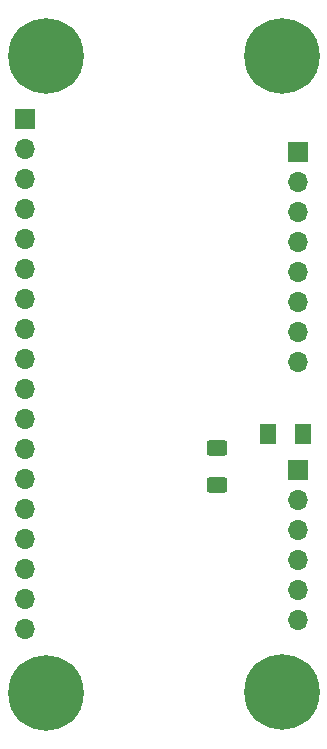
<source format=gts>
G04 #@! TF.GenerationSoftware,KiCad,Pcbnew,7.0.10-7.0.10~ubuntu22.04.1*
G04 #@! TF.CreationDate,2024-03-22T17:45:40+01:00*
G04 #@! TF.ProjectId,dac-base-board,6461632d-6261-4736-952d-626f6172642e,v0.1*
G04 #@! TF.SameCoordinates,Original*
G04 #@! TF.FileFunction,Soldermask,Top*
G04 #@! TF.FilePolarity,Negative*
%FSLAX46Y46*%
G04 Gerber Fmt 4.6, Leading zero omitted, Abs format (unit mm)*
G04 Created by KiCad (PCBNEW 7.0.10-7.0.10~ubuntu22.04.1) date 2024-03-22 17:45:40*
%MOMM*%
%LPD*%
G01*
G04 APERTURE LIST*
G04 Aperture macros list*
%AMRoundRect*
0 Rectangle with rounded corners*
0 $1 Rounding radius*
0 $2 $3 $4 $5 $6 $7 $8 $9 X,Y pos of 4 corners*
0 Add a 4 corners polygon primitive as box body*
4,1,4,$2,$3,$4,$5,$6,$7,$8,$9,$2,$3,0*
0 Add four circle primitives for the rounded corners*
1,1,$1+$1,$2,$3*
1,1,$1+$1,$4,$5*
1,1,$1+$1,$6,$7*
1,1,$1+$1,$8,$9*
0 Add four rect primitives between the rounded corners*
20,1,$1+$1,$2,$3,$4,$5,0*
20,1,$1+$1,$4,$5,$6,$7,0*
20,1,$1+$1,$6,$7,$8,$9,0*
20,1,$1+$1,$8,$9,$2,$3,0*%
G04 Aperture macros list end*
%ADD10C,6.400000*%
%ADD11R,1.700000X1.700000*%
%ADD12O,1.700000X1.700000*%
%ADD13RoundRect,0.250000X-0.625000X0.400000X-0.625000X-0.400000X0.625000X-0.400000X0.625000X0.400000X0*%
%ADD14RoundRect,0.250001X0.462499X0.624999X-0.462499X0.624999X-0.462499X-0.624999X0.462499X-0.624999X0*%
G04 APERTURE END LIST*
D10*
X29464000Y-18796000D03*
X49464000Y-18796000D03*
X49464000Y-72644000D03*
X29464000Y-72796000D03*
D11*
X50800000Y-26924000D03*
D12*
X50800000Y-29464000D03*
X50800000Y-32004000D03*
X50800000Y-34544000D03*
X50800000Y-37084000D03*
X50800000Y-39624000D03*
X50800000Y-42164000D03*
X50800000Y-44704000D03*
D13*
X44016000Y-52044000D03*
X44016000Y-55144000D03*
D11*
X27760000Y-24130000D03*
D12*
X27760000Y-26670000D03*
X27760000Y-29210000D03*
X27760000Y-31750000D03*
X27760000Y-34290000D03*
X27760000Y-36830000D03*
X27760000Y-39370000D03*
X27760000Y-41910000D03*
X27760000Y-44450000D03*
X27760000Y-46990000D03*
X27760000Y-49530000D03*
X27760000Y-52070000D03*
X27760000Y-54610000D03*
X27760000Y-57150000D03*
X27760000Y-59690000D03*
X27760000Y-62230000D03*
X27760000Y-64770000D03*
X27760000Y-67310000D03*
D11*
X50800000Y-53848000D03*
D12*
X50800000Y-56388000D03*
X50800000Y-58928000D03*
X50800000Y-61468000D03*
X50800000Y-64008000D03*
X50800000Y-66548000D03*
D14*
X51271500Y-50800000D03*
X48296500Y-50800000D03*
M02*

</source>
